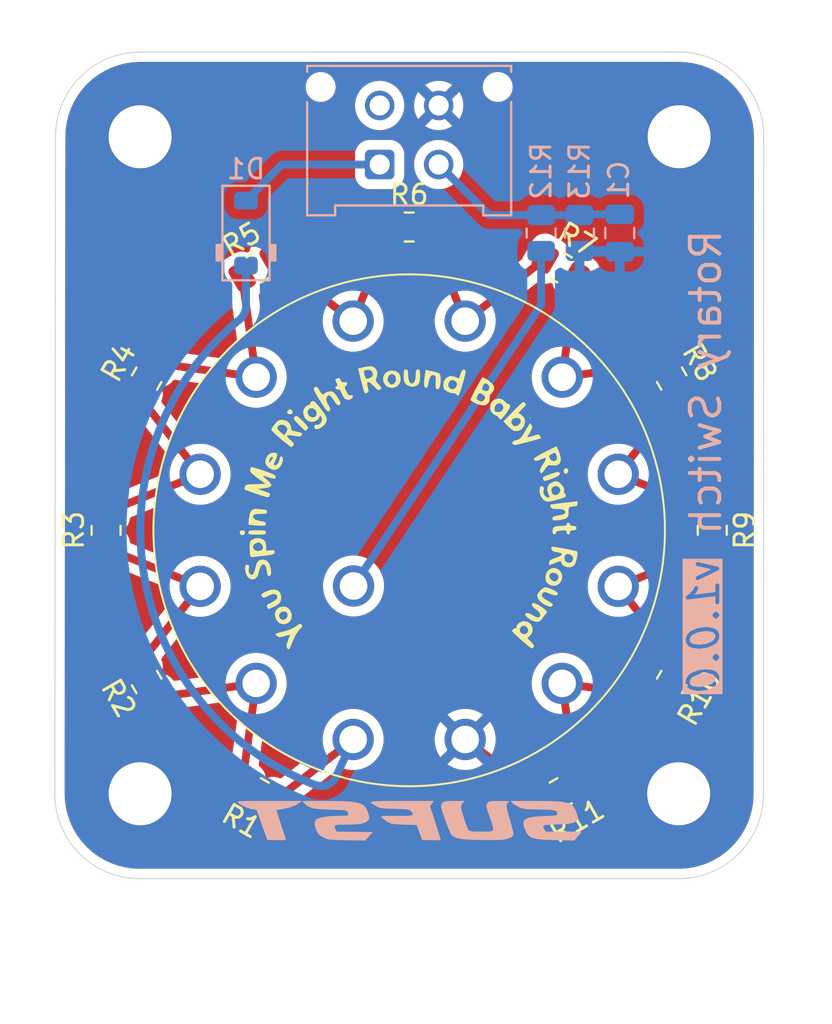
<source format=kicad_pcb>
(kicad_pcb (version 20241229) (generator "pcbnew") (generator_version "9.0")
  (title_block (comment 4 "AISLER Project ID: TIMITXVS"))
  (layers (0 "F.Cu" signal) (2 "B.Cu" signal) (13 "F.Paste" user) (15 "B.Paste" user) (5 "F.SilkS" user "F.Silkscreen") (7 "B.SilkS" user "B.Silkscreen") (1 "F.Mask" user) (3 "B.Mask" user) (25 "Edge.Cuts" user))
  (net 0 "")
  (net 1 "Net-(D1-K)")
  (net 2 "+12V")
  (net 4 "GND")
  (net 5 "/Output")
  (net 6 "Net-(R1-Pad2)")
  (net 7 "Net-(R2-Pad2)")
  (net 8 "Net-(R3-Pad2)")
  (net 9 "Net-(R4-Pad2)")
  (net 10 "Net-(R5-Pad2)")
  (net 11 "Net-(R6-Pad2)")
  (net 12 "Net-(R7-Pad2)")
  (net 13 "Net-(R8-Pad2)")
  (net 14 "Net-(R10-Pad1)")
  (net 15 "Net-(R10-Pad2)")
  (net 16 "Net-(R12-Pad1)")
  (footprint "MountingHole:MountingHole_3.2mm_M3_DIN965_Pad" (layer "F.Cu") (at 124.91722 37.25778)
    (property "Reference" "H2" (hide yes))
    (property "Value" "MountingHole_Pad")
    (pad "1" thru_hole circle (at 0 0) (size 5.6 5.6) (drill 3.2) (layers "*.Cu" "*.Mask") (net 4 "GND"))
  )
  (footprint "Resistor_SMD:R_0805_2012Metric" (layer "F.Cu") (at 95.787998 57.249994 90)
    (property "Reference" "R3" (at 0 -1.649999 90) (layer "F.SilkS"))
    (property "Value" "330")
    (pad "1" smd roundrect (at -0.9125 0.000001 90) (size 1.025 1.4) (layers "F.Cu" "F.Mask" "F.Paste") (roundrect_rratio 0.243902) (net 7 "Net-(R2-Pad2)"))
    (pad "2" smd roundrect (at 0.9125 -0.000001 90) (size 1.025 1.4) (layers "F.Cu" "F.Mask" "F.Paste") (roundrect_rratio 0.243902) (net 8 "Net-(R3-Pad2)"))
  )
  (footprint "Resistor_SMD:R_0805_2012Metric" (layer "F.Cu") (at 118.896998 70.591988 -150)
    (property "Reference" "R11" (at -0.000002 -1.649999 30) (layer "F.SilkS"))
    (property "Value" "330")
    (pad "1" smd roundrect (at -0.9125 0.000001 210) (size 1.025 1.4) (layers "F.Cu" "F.Mask" "F.Paste") (roundrect_rratio 0.243902) (net 15 "Net-(R10-Pad2)"))
    (pad "2" smd roundrect (at 0.9125 -0.000001 210) (size 1.025 1.4) (layers "F.Cu" "F.Mask" "F.Paste") (roundrect_rratio 0.243902) (net 4 "GND"))
  )
  (footprint "SUFST:ALPHA_12pos_rotary" (layer "F.Cu") (at 108.347 67.875 90)
    (property "Reference" "SW1" (hide yes))
    (property "Value" "SW_Rotary_1x12" (hide yes))
    (pad "1" thru_hole circle (at 0 0 90) (size 2.1 2.1) (drill 1.4) (layers "*.Cu" "*.Mask") (net 1 "Net-(D1-K)"))
    (pad "2" thru_hole circle (at 2.847 -4.931 90) (size 2.1 2.1) (drill 1.4) (layers "*.Cu" "*.Mask") (net 6 "Net-(R1-Pad2)"))
    (pad "3" thru_hole circle (at 7.778 -7.778 90) (size 2.1 2.1) (drill 1.4) (layers "*.Cu" "*.Mask") (net 7 "Net-(R2-Pad2)"))
    (pad "4" thru_hole circle (at 13.472 -7.778 90) (size 2.1 2.1) (drill 1.4) (layers "*.Cu" "*.Mask") (net 8 "Net-(R3-Pad2)"))
    (pad "5" thru_hole circle (at 18.403 -4.931 90) (size 2.1 2.1) (drill 1.4) (layers "*.Cu" "*.Mask") (net 9 "Net-(R4-Pad2)"))
    (pad "6" thru_hole circle (at 21.25 0 90) (size 2.1 2.1) (drill 1.4) (layers "*.Cu" "*.Mask") (net 10 "Net-(R5-Pad2)"))
    (pad "7" thru_hole circle (at 21.25 5.694 90) (size 2.1 2.1) (drill 1.4) (layers "*.Cu" "*.Mask") (net 11 "Net-(R6-Pad2)"))
    (pad "8" thru_hole circle (at 18.403 10.625 90) (size 2.1 2.1) (drill 1.4) (layers "*.Cu" "*.Mask") (net 12 "Net-(R7-Pad2)"))
    (pad "9" thru_hole circle (at 13.472 13.472 90) (size 2.1 2.1) (drill 1.4) (layers "*.Cu" "*.Mask") (net 13 "Net-(R8-Pad2)"))
    (pad "10" thru_hole circle (at 7.778 13.472 90) (size 2.1 2.1) (drill 1.4) (layers "*.Cu" "*.Mask") (net 14 "Net-(R10-Pad1)"))
    (pad "11" thru_hole circle (at 2.847 10.625 90) (size 2.1 2.1) (drill 1.4) (layers "*.Cu" "*.Mask") (net 15 "Net-(R10-Pad2)"))
    (pad "12" thru_hole circle (at 0 5.694 90) (size 2.1 2.1) (drill 1.4) (layers "*.Cu" "*.Mask") (net 4 "GND"))
    (pad "13" thru_hole circle (at 7.797 0.019 90) (size 2.1 2.1) (drill 1.4) (layers "*.Cu" "*.Mask") (net 16 "Net-(R12-Pad1)"))
  )
  (footprint "Resistor_SMD:R_0805_2012Metric" (layer "F.Cu") (at 124.535988 49.547001 -60)
    (property "Reference" "R8" (at -0.000003 -1.649999 120) (layer "F.SilkS"))
    (property "Value" "330")
    (pad "1" smd roundrect (at -0.9125 0.000003 300) (size 1.025 1.4) (layers "F.Cu" "F.Mask" "F.Paste") (roundrect_rratio 0.243902) (net 12 "Net-(R7-Pad2)"))
    (pad "2" smd roundrect (at 0.9125 -0.000003 300) (size 1.025 1.4) (layers "F.Cu" "F.Mask" "F.Paste") (roundrect_rratio 0.243902) (net 13 "Net-(R8-Pad2)"))
  )
  (footprint "MountingHole:MountingHole_3.2mm_M3_DIN965_Pad" (layer "F.Cu") (at 124.89222 70.63278)
    (property "Reference" "H4" (hide yes))
    (property "Value" "MountingHole_Pad")
    (pad "1" thru_hole circle (at 0 0) (size 5.6 5.6) (drill 3.2) (layers "*.Cu" "*.Mask") (net 4 "GND"))
  )
  (footprint "MountingHole:MountingHole_3.2mm_M3_DIN965_Pad" (layer "F.Cu") (at 97.51722 37.25778)
    (property "Reference" "H1" (hide yes))
    (property "Value" "MountingHole_Pad")
    (pad "1" thru_hole circle (at 0 0) (size 5.6 5.6) (drill 3.2) (layers "*.Cu" "*.Mask") (net 4 "GND"))
  )
  (footprint "Resistor_SMD:R_0805_2012Metric" (layer "F.Cu") (at 97.85201 64.953002 120)
    (property "Reference" "R2" (at 0 -1.649999 120) (layer "F.SilkS"))
    (property "Value" "330")
    (pad "1" smd roundrect (at -0.912499 0.000001 120) (size 1.025 1.4) (layers "F.Cu" "F.Mask" "F.Paste") (roundrect_rratio 0.243902) (net 6 "Net-(R1-Pad2)"))
    (pad "2" smd roundrect (at 0.912499 -0.000001 120) (size 1.025 1.4) (layers "F.Cu" "F.Mask" "F.Paste") (roundrect_rratio 0.243902) (net 7 "Net-(R2-Pad2)"))
  )
  (footprint "MountingHole:MountingHole_3.2mm_M3_DIN965_Pad" (layer "F.Cu") (at 97.51722 70.63278)
    (property "Reference" "H3" (hide yes))
    (property "Value" "MountingHole_Pad")
    (pad "1" thru_hole circle (at 0 0) (size 5.6 5.6) (drill 3.2) (layers "*.Cu" "*.Mask") (net 4 "GND"))
  )
  (footprint "Resistor_SMD:R_0805_2012Metric" (layer "F.Cu") (at 124.535986 64.953002 -120)
    (property "Reference" "R10" (at 0 -1.649999 60) (layer "F.SilkS"))
    (property "Value" "330")
    (pad "1" smd roundrect (at -0.912498 0 240) (size 1.025 1.4) (layers "F.Cu" "F.Mask" "F.Paste") (roundrect_rratio 0.243902) (net 14 "Net-(R10-Pad1)"))
    (pad "2" smd roundrect (at 0.912498 0 240) (size 1.025 1.4) (layers "F.Cu" "F.Mask" "F.Paste") (roundrect_rratio 0.243902) (net 15 "Net-(R10-Pad2)"))
  )
  (footprint "Resistor_SMD:R_0805_2012Metric" (layer "F.Cu") (at 97.852014 49.546993 60)
    (property "Reference" "R4" (at 0 -1.649999 60) (layer "F.SilkS"))
    (property "Value" "330")
    (pad "1" smd roundrect (at -0.912498 0 60) (size 1.025 1.4) (layers "F.Cu" "F.Mask" "F.Paste") (roundrect_rratio 0.243902) (net 8 "Net-(R3-Pad2)"))
    (pad "2" smd roundrect (at 0.912498 0 60) (size 1.025 1.4) (layers "F.Cu" "F.Mask" "F.Paste") (roundrect_rratio 0.243902) (net 9 "Net-(R4-Pad2)"))
  )
  (footprint "Resistor_SMD:R_0805_2012Metric" (layer "F.Cu") (at 111.194006 41.843999)
    (property "Reference" "R6" (at -0.000002 -1.650004 0) (layer "F.SilkS"))
    (property "Value" "330")
    (pad "1" smd roundrect (at -0.912501 0) (size 1.025 1.4) (layers "F.Cu" "F.Mask" "F.Paste") (roundrect_rratio 0.243902) (net 10 "Net-(R5-Pad2)"))
    (pad "2" smd roundrect (at 0.912501 0) (size 1.025 1.4) (layers "F.Cu" "F.Mask" "F.Paste") (roundrect_rratio 0.243902) (net 11 "Net-(R6-Pad2)"))
  )
  (footprint "Resistor_SMD:R_0805_2012Metric" (layer "F.Cu") (at 103.491 70.591987 150)
    (property "Reference" "R1" (at 0 -1.649999 150) (layer "F.SilkS"))
    (property "Value" "330")
    (pad "1" smd roundrect (at -0.912499 0.000001 150) (size 1.025 1.4) (layers "F.Cu" "F.Mask" "F.Paste") (roundrect_rratio 0.243902) (net 1 "Net-(D1-K)"))
    (pad "2" smd roundrect (at 0.912499 -0.000001 150) (size 1.025 1.4) (layers "F.Cu" "F.Mask" "F.Paste") (roundrect_rratio 0.243902) (net 6 "Net-(R1-Pad2)"))
  )
  (footprint "Resistor_SMD:R_0805_2012Metric" (layer "F.Cu") (at 118.897 43.908013 -30)
    (property "Reference" "R7" (at -0.000002 -1.649999 150) (layer "F.SilkS"))
    (property "Value" "330")
    (pad "1" smd roundrect (at -0.912501 0.000003 330) (size 1.025 1.4) (layers "F.Cu" "F.Mask" "F.Paste") (roundrect_rratio 0.243902) (net 11 "Net-(R6-Pad2)"))
    (pad "2" smd roundrect (at 0.912501 -0.000003 330) (size 1.025 1.4) (layers "F.Cu" "F.Mask" "F.Paste") (roundrect_rratio 0.243902) (net 12 "Net-(R7-Pad2)"))
  )
  (footprint "Resistor_SMD:R_0805_2012Metric" (layer "F.Cu") (at 126.6 57.25 -90)
    (property "Reference" "R9" (at -0.000002 -1.650004 270) (layer "F.SilkS"))
    (property "Value" "330")
    (pad "1" smd roundrect (at -0.912494 0.000002 270) (size 1.025 1.4) (layers "F.Cu" "F.Mask" "F.Paste") (roundrect_rratio 0.243902) (net 13 "Net-(R8-Pad2)"))
    (pad "2" smd roundrect (at 0.912494 -0.000002 270) (size 1.025 1.4) (layers "F.Cu" "F.Mask" "F.Paste") (roundrect_rratio 0.243902) (net 14 "Net-(R10-Pad1)"))
  )
  (footprint "Resistor_SMD:R_0805_2012Metric" (layer "F.Cu") (at 103.491005 43.908008 30)
    (property "Reference" "R5" (at 0 -1.65 30) (layer "F.SilkS"))
    (property "Value" "330")
    (pad "1" smd roundrect (at -0.912499 0.000001 30) (size 1.025 1.4) (layers "F.Cu" "F.Mask" "F.Paste") (roundrect_rratio 0.243902) (net 9 "Net-(R4-Pad2)"))
    (pad "2" smd roundrect (at 0.912499 -0.000001 30) (size 1.025 1.4) (layers "F.Cu" "F.Mask" "F.Paste") (roundrect_rratio 0.243902) (net 10 "Net-(R5-Pad2)"))
  )
  (footprint "LOGO" (layer "F.Cu") (at 111.194 57.25)
    (property "Reference" "G***" (hide yes))
    (property "Value" "LOGO" (hide yes))
  )
  (footprint "Resistor_SMD:R_0805_2012Metric" (layer "B.Cu") (at 119.85 42.15 -90)
    (property "Reference" "R13" (at -3.149999 -0.000003 90) (layer "B.SilkS") (effects (justify mirror)))
    (property "Value" "3.6k")
    (pad "1" smd roundrect (at -0.912491 0 270) (size 1.025 1.4) (layers "B.Cu" "B.Mask" "B.Paste") (roundrect_rratio 0.243902) (net 5 "/Output"))
    (pad "2" smd roundrect (at 0.912491 0 270) (size 1.025 1.4) (layers "B.Cu" "B.Mask" "B.Paste") (roundrect_rratio 0.243902) (net 4 "GND"))
  )
  (footprint "LOGO" (layer "B.Cu") (at 111.2 72 180)
    (property "Reference" "G***" (hide yes))
    (property "Value" "LOGO" (hide yes))
  )
  (footprint "PCM_Diode_SMD_AKL:D_SOD-123" (layer "B.Cu") (at 102.9 42.15 90)
    (property "Reference" "D1" (at 3.25 0 0) (layer "B.SilkS") (effects (justify mirror)))
    (property "Value" "1N5711W" (hide yes))
    (pad "1" smd roundrect (at -1.650004 0.000003 90) (size 0.9 1.2) (layers "B.Cu" "B.Mask" "B.Paste") (net 1 "Net-(D1-K)"))
    (pad "2" smd roundrect (at 1.650004 -0.000003 90) (size 0.9 1.2) (layers "B.Cu" "B.Mask" "B.Paste") (net 2 "+12V"))
  )
  (footprint "Resistor_SMD:R_0805_2012Metric" (layer "B.Cu") (at 117.9 42.15 90)
    (property "Reference" "R12" (at 3.149999 0.000003 90) (layer "B.SilkS") (effects (justify mirror)))
    (property "Value" "9.1k")
    (pad "1" smd roundrect (at -0.912487 0 90) (size 1.025 1.4) (layers "B.Cu" "B.Mask" "B.Paste") (roundrect_rratio 0.243902) (net 16 "Net-(R12-Pad1)"))
    (pad "2" smd roundrect (at 0.912487 0 90) (size 1.025 1.4) (layers "B.Cu" "B.Mask" "B.Paste") (roundrect_rratio 0.243902) (net 5 "/Output"))
  )
  (footprint "Connector_Molex:Molex_Micro-Fit_3.0_43045-0412_2x02_P3.00mm_Vertical" (layer "B.Cu") (at 109.693997 38.67)
    (property "Reference" "J1" (hide yes))
    (property "Value" "Conn_01x04_Socket")
    (pad "" np_thru_hole circle (at -3 -3.94) (size 1.02 1.02) (drill 1.02) (layers "*.Cu" "*.Mask"))
    (pad "" np_thru_hole circle (at 5.999999 -3.940002) (size 1.02 1.02) (drill 1.02) (layers "*.Cu" "*.Mask"))
    (pad "1" thru_hole roundrect (at 0 0) (size 1.5 1.5) (drill 1.02) (layers "*.Cu" "*.Mask") (roundrect_rratio 0.166667) (net 2 "+12V"))
    (pad "2" thru_hole circle (at 3.000006 0.00001) (size 1.5 1.5) (drill 1.02) (layers "*.Cu" "*.Mask") (net 5 "/Output"))
    (pad "3" thru_hole circle (at 0.00001 -3.000006) (size 1.5 1.5) (drill 1.02) (layers "*.Cu" "*.Mask"))
    (pad "4" thru_hole circle (at 3.000004 -2.999998) (size 1.5 1.5) (drill 1.02) (layers "*.Cu" "*.Mask") (net 4 "GND"))
  )
  (footprint "Capacitor_SMD:C_0805_2012Metric" (layer "B.Cu") (at 121.9 42.15 -90)
    (property "Reference" "C1" (at -2.7 0.049998 90) (layer "B.SilkS") (effects (justify mirror)))
    (property "Value" "1u")
    (pad "1" smd roundrect (at -0.949998 0.000002 270) (size 1 1.45) (layers "B.Cu" "B.Mask" "B.Paste") (net 5 "/Output"))
    (pad "2" smd roundrect (at 0.949998 -0.000002 270) (size 1 1.45) (layers "B.Cu" "B.Mask" "B.Paste") (net 4 "GND"))
  )
  (gr_arc (start 107.484025 69.74361) (mid 107.08263 70.167187) (end 106.5 70.2) (stroke (width 0.4)) (layer "B.Cu") (net 1))
  (gr_arc (start 106.45 70.2) (mid 97.719794 59.530638) (end 102.5 46.6) (stroke (width 0.4)) (layer "B.Cu") (net 1))
  (gr_line (start 102.9 43.8) (end 102.901388 45.85) (stroke (width 0.4)) (layer "B.Cu") (net 1))
  (gr_arc (start 102.901388 45.85) (mid 102.794731 46.275327) (end 102.5 46.6) (stroke (width 0.4)) (layer "B.Cu") (net 1))
  (gr_arc (start 124.91722 32.95778) (mid 127.957779 34.217221) (end 129.21722 37.25778) (stroke (width 0.05)) (layer "Edge.Cuts"))
  (gr_arc (start 93.21722 37.25778) (mid 94.476661 34.217221) (end 97.51722 32.95778) (stroke (width 0.05)) (layer "Edge.Cuts"))
  (gr_arc (start 97.482779 74.942221) (mid 94.44222 73.68278) (end 93.182779 70.642221) (stroke (width 0.05)) (layer "Edge.Cuts"))
  (gr_line (start 129.21722 37.25778) (end 129.20166 70.642221) (stroke (width 0.05)) (layer "Edge.Cuts"))
  (gr_arc (start 129.201661 70.642221) (mid 127.94222 73.68278) (end 124.901661 74.942221) (stroke (width 0.05)) (layer "Edge.Cuts"))
  (gr_line (start 97.51722 32.95778) (end 124.91722 32.95778) (stroke (width 0.05)) (layer "Edge.Cuts"))
  (gr_line (start 93.182779 70.64222) (end 93.21722 37.25778) (stroke (width 0.05)) (layer "Edge.Cuts"))
  (gr_line (start 124.901661 74.942221) (end 97.48278 74.942221) (stroke (width 0.05)) (layer "Edge.Cuts"))
  (gr_text "Rotary Switch" (at 127.149999 41.849999 90) (layer "B.SilkS") (effects (font (size 1.5 1.5) (thickness 0.2) (bold yes)) (justify left bottom mirror)))
  (gr_text "v1.0.0" (at 127.05 58.5 90) (layer "B.SilkS" knockout) (effects (font (size 1.5 1.5) (thickness 0.2) (bold yes) (italic yes)) (justify left bottom mirror)))
  (segment (start 103.999998 71.329486) (end 104.281248 71.048236) (width 0.4) (layer "F.Cu") (net 1))
  (segment (start 104.357022 71.12401) (end 104.281248 71.048236) (width 0.4) (layer "F.Cu") (net 1))
  (segment (start 108.347 67.875) (end 104.281248 71.048236) (width 0.4) (layer "F.Cu") (net 1))
  (segment (start 107.484025 69.74361) (end 108.347 67.875) (width 0.4) (layer "B.Cu") (net 1))
  (segment (start 109.693997 38.67) (end 109.510014 38.67) (width 0.4) (layer "F.Cu") (net 2))
  (segment (start 102.900004 40.499996) (end 104.73 38.67) (width 0.4) (layer "B.Cu") (net 2))
  (segment (start 104.73 38.67) (end 109.693997 38.67) (width 0.4) (layer "B.Cu") (net 2))
  (segment (start 102.899997 40.499996) (end 102.900004 40.499996) (width 0.4) (layer "B.Cu") (net 2))
  (segment (start 114.067124 67.863382) (end 118.132876 71.036618) (width 0.4) (layer "F.Cu") (net 4))
  (segment (start 112.701524 38.662489) (end 112.694003 38.67001) (width 0.4) (layer "F.Cu") (net 5))
  (segment (start 119.85 41.237509) (end 117.900004 41.237509) (width 0.4) (layer "B.Cu") (net 5))
  (segment (start 115.261506 41.237513) (end 117.9 41.237513) (width 0.4) (layer "B.Cu") (net 5))
  (segment (start 121.899998 41.200002) (end 119.887507 41.200002) (width 0.4) (layer "B.Cu") (net 5))
  (segment (start 117.900004 41.237509) (end 117.9 41.237513) (width 0.4) (layer "B.Cu") (net 5))
  (segment (start 119.887507 41.200002) (end 119.85 41.237509) (width 0.4) (layer "B.Cu") (net 5))
  (segment (start 117.899999 41.237511) (end 117.787511 41.237511) (width 0.4) (layer "B.Cu") (net 5))
  (segment (start 112.694003 38.67001) (end 115.261506 41.237513) (width 0.4) (layer "B.Cu") (net 5))
  (segment (start 98.308261 65.743249) (end 103.416 65.028) (width 0.4) (layer "F.Cu") (net 6))
  (segment (start 103.416 65.028) (end 102.700752 70.135738) (width 0.4) (layer "F.Cu") (net 6))
  (segment (start 95.787999 58.162494) (end 100.569 60.097) (width 0.4) (layer "F.Cu") (net 7))
  (segment (start 97.395759 64.162755) (end 100.569 60.097) (width 0.4) (layer "F.Cu") (net 7))
  (segment (start 95.787997 56.337494) (end 100.569 54.403) (width 0.4) (layer "F.Cu") (net 8))
  (segment (start 97.395765 50.33724) (end 100.569 54.403) (width 0.4) (layer "F.Cu") (net 8))
  (segment (start 102.700758 44.364258) (end 103.416 49.472) (width 0.4) (layer "F.Cu") (net 9))
  (segment (start 98.308263 48.756746) (end 103.416 49.472) (width 0.4) (layer "F.Cu") (net 9))
  (segment (start 104.281252 43.451758) (end 108.347 46.625) (width 0.4) (layer "F.Cu") (net 10))
  (segment (start 108.347 46.625) (end 110.281505 41.843999) (width 0.4) (layer "F.Cu") (net 10))
  (segment (start 112.106507 41.843999) (end 114.041 46.625) (width 0.4) (layer "F.Cu") (net 11))
  (segment (start 118.10675 43.451765) (end 114.041 46.625) (width 0.4) (layer "F.Cu") (net 11))
  (segment (start 119.68725 44.364261) (end 118.972 49.472) (width 0.4) (layer "F.Cu") (net 12))
  (segment (start 124.079735 48.756754) (end 118.972 49.472) (width 0.4) (layer "F.Cu") (net 12))
  (segment (start 126.599998 56.337506) (end 121.819 54.403) (width 0.4) (layer "F.Cu") (net 13))
  (segment (start 124.992241 50.337248) (end 121.819 54.403) (width 0.4) (layer "F.Cu") (net 13))
  (segment (start 124.992235 64.162755) (end 121.819 60.097) (width 0.4) (layer "F.Cu") (net 14))
  (segment (start 126.600002 58.162494) (end 121.819 60.097) (width 0.4) (layer "F.Cu") (net 14))
  (segment (start 119.687246 70.135737) (end 118.972 65.028) (width 0.4) (layer "F.Cu") (net 15))
  (segment (start 124.079737 65.743249) (end 118.972 65.028) (width 0.4) (layer "F.Cu") (net 15))
  (segment (start 108.366 60.078) (end 117.9 45.8) (width 0.4) (layer "B.Cu") (net 16))
  (segment (start 117.9 45.8) (end 117.9 43.062487) (width 0.4) (layer "B.Cu") (net 16))
  (segment (start 117.912492 43.049998) (end 117.900001 43.062489) (width 0.4) (layer "B.Cu") (net 16))
  (zone (net 4) (net_name "GND") (layers "F.Cu" "B.Cu") (connect_pads (clearance 0.5)) (min_thickness 0.25) (fill yes (thermal_gap 0.5) (thermal_bridge_width 0.5))
    (polygon (pts (xy 90.395333 31.30226) (xy 90.441614 82.35) (xy 132.7 82.35) (xy 132.7 31.202249)))
  )
)
</source>
